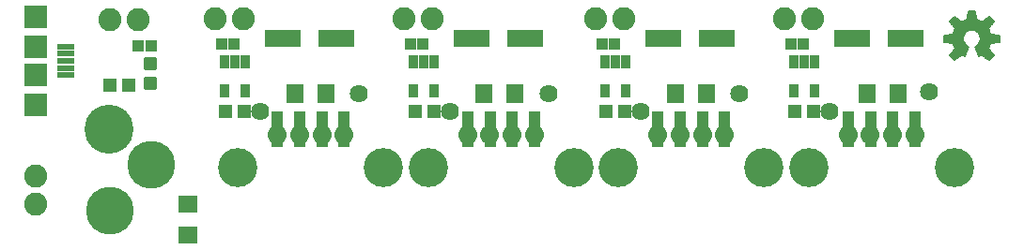
<source format=gts>
G75*
G70*
%OFA0B0*%
%FSLAX24Y24*%
%IPPOS*%
%LPD*%
%AMOC8*
5,1,8,0,0,1.08239X$1,22.5*
%
%ADD10C,0.1390*%
%ADD11R,0.0434X0.1261*%
%ADD12C,0.1740*%
%ADD13C,0.1700*%
%ADD14R,0.0513X0.0474*%
%ADD15C,0.0059*%
%ADD16R,0.0710X0.0631*%
%ADD17R,0.0352X0.0470*%
%ADD18R,0.0631X0.0218*%
%ADD19R,0.0828X0.0789*%
%ADD20R,0.0828X0.0828*%
%ADD21R,0.0415X0.0434*%
%ADD22R,0.1261X0.0631*%
%ADD23R,0.0631X0.0710*%
%ADD24C,0.0820*%
%ADD25C,0.0142*%
%ADD26C,0.0640*%
%ADD27C,0.0671*%
D10*
X008715Y004770D03*
X013885Y004770D03*
X015465Y004770D03*
X020635Y004770D03*
X022215Y004770D03*
X027385Y004770D03*
X028965Y004770D03*
X034135Y004770D03*
D11*
X032731Y006128D03*
X031944Y006128D03*
X031156Y006128D03*
X030369Y006128D03*
X025981Y006128D03*
X025194Y006128D03*
X024406Y006128D03*
X023619Y006128D03*
X019231Y006128D03*
X018444Y006128D03*
X017656Y006128D03*
X016869Y006128D03*
X012481Y006128D03*
X011694Y006128D03*
X010906Y006128D03*
X010119Y006128D03*
D12*
X004150Y006134D03*
D13*
X005631Y004883D03*
X004160Y003251D03*
D14*
X008265Y006770D03*
X008935Y006770D03*
X004835Y007720D03*
X004165Y007720D03*
X015015Y006770D03*
X015685Y006770D03*
X021765Y006770D03*
X022435Y006770D03*
X028465Y006770D03*
X029135Y006770D03*
D15*
X033974Y008764D02*
X034144Y008594D01*
X034391Y008796D01*
X034491Y008745D01*
X034632Y009086D01*
X034579Y009114D01*
X034532Y009152D01*
X034494Y009199D01*
X034466Y009252D01*
X034448Y009310D01*
X034442Y009370D01*
X034449Y009433D01*
X034468Y009493D01*
X034499Y009548D01*
X034541Y009595D01*
X034591Y009633D01*
X034648Y009660D01*
X034710Y009675D01*
X034773Y009677D01*
X034835Y009666D01*
X034894Y009642D01*
X034946Y009607D01*
X034990Y009562D01*
X035025Y009509D01*
X035047Y009450D01*
X035057Y009387D01*
X035054Y009324D01*
X035038Y009263D01*
X035010Y009206D01*
X034972Y009157D01*
X034923Y009116D01*
X034868Y009086D01*
X035009Y008745D01*
X035109Y008796D01*
X035356Y008594D01*
X035526Y008764D01*
X035324Y009011D01*
X035375Y009111D01*
X035409Y009218D01*
X035727Y009250D01*
X035727Y009490D01*
X035409Y009522D01*
X035375Y009629D01*
X035324Y009729D01*
X035526Y009976D01*
X035356Y010146D01*
X035109Y009944D01*
X035009Y009995D01*
X034902Y010029D01*
X034870Y010347D01*
X034630Y010347D01*
X034598Y010029D01*
X034491Y009995D01*
X034391Y009944D01*
X034144Y010146D01*
X033974Y009976D01*
X034176Y009729D01*
X034125Y009629D01*
X034091Y009522D01*
X033773Y009490D01*
X033773Y009250D01*
X034091Y009218D01*
X034125Y009111D01*
X034176Y009011D01*
X033974Y008764D01*
X033998Y008740D02*
X034323Y008740D01*
X034252Y008682D02*
X034056Y008682D01*
X034114Y008625D02*
X034181Y008625D01*
X034002Y008798D02*
X034513Y008798D01*
X034537Y008855D02*
X034049Y008855D01*
X034096Y008913D02*
X034561Y008913D01*
X034584Y008970D02*
X034143Y008970D01*
X034168Y009028D02*
X034608Y009028D01*
X034632Y009085D02*
X034138Y009085D01*
X034115Y009143D02*
X034544Y009143D01*
X034494Y009200D02*
X034096Y009200D01*
X033773Y009258D02*
X034464Y009258D01*
X034448Y009316D02*
X033773Y009316D01*
X033773Y009373D02*
X034443Y009373D01*
X034449Y009431D02*
X033773Y009431D01*
X033773Y009488D02*
X034467Y009488D01*
X034498Y009546D02*
X034098Y009546D01*
X034117Y009603D02*
X034551Y009603D01*
X034651Y009661D02*
X034141Y009661D01*
X034171Y009718D02*
X035329Y009718D01*
X035359Y009661D02*
X034847Y009661D01*
X034950Y009603D02*
X035383Y009603D01*
X035402Y009546D02*
X035001Y009546D01*
X035032Y009488D02*
X035727Y009488D01*
X035727Y009431D02*
X035050Y009431D01*
X035056Y009373D02*
X035727Y009373D01*
X035727Y009316D02*
X035052Y009316D01*
X035036Y009258D02*
X035727Y009258D01*
X035404Y009200D02*
X035006Y009200D01*
X034955Y009143D02*
X035385Y009143D01*
X035362Y009085D02*
X034868Y009085D01*
X034892Y009028D02*
X035332Y009028D01*
X035357Y008970D02*
X034916Y008970D01*
X034939Y008913D02*
X035404Y008913D01*
X035451Y008855D02*
X034963Y008855D01*
X034987Y008798D02*
X035498Y008798D01*
X035502Y008740D02*
X035177Y008740D01*
X035248Y008682D02*
X035444Y008682D01*
X035386Y008625D02*
X035319Y008625D01*
X035362Y009776D02*
X034138Y009776D01*
X034091Y009834D02*
X035409Y009834D01*
X035456Y009891D02*
X034044Y009891D01*
X033997Y009949D02*
X034386Y009949D01*
X034401Y009949D02*
X035099Y009949D01*
X035114Y009949D02*
X035503Y009949D01*
X035495Y010006D02*
X035185Y010006D01*
X035256Y010064D02*
X035438Y010064D01*
X035380Y010121D02*
X035326Y010121D01*
X034975Y010006D02*
X034525Y010006D01*
X034601Y010064D02*
X034899Y010064D01*
X034893Y010121D02*
X034607Y010121D01*
X034613Y010179D02*
X034887Y010179D01*
X034881Y010236D02*
X034619Y010236D01*
X034625Y010294D02*
X034875Y010294D01*
X034244Y010064D02*
X034062Y010064D01*
X034120Y010121D02*
X034174Y010121D01*
X034315Y010006D02*
X034005Y010006D01*
D16*
X006950Y002369D03*
X006950Y003471D03*
D17*
X008226Y007508D03*
X008974Y007508D03*
X008974Y008528D03*
X008600Y008528D03*
X008226Y008528D03*
X014926Y008528D03*
X015300Y008528D03*
X015674Y008528D03*
X015674Y007508D03*
X014926Y007508D03*
X021726Y007508D03*
X022474Y007508D03*
X022474Y008528D03*
X022100Y008528D03*
X021726Y008528D03*
X028426Y008528D03*
X028800Y008528D03*
X029174Y008528D03*
X029174Y007508D03*
X028426Y007508D03*
D18*
X002593Y008058D03*
X002593Y008314D03*
X002593Y008570D03*
X002593Y008826D03*
X002593Y009082D03*
D19*
X001550Y010145D03*
X001550Y006995D03*
D20*
X001550Y008070D03*
X001550Y009070D03*
D21*
X005172Y009120D03*
X005628Y009120D03*
X008122Y009170D03*
X008578Y009170D03*
X014822Y009170D03*
X015278Y009170D03*
X021622Y009170D03*
X022078Y009170D03*
X028322Y009170D03*
X028778Y009170D03*
D22*
X030505Y009370D03*
X032395Y009370D03*
X025695Y009370D03*
X023805Y009370D03*
X018895Y009370D03*
X017005Y009370D03*
X012195Y009370D03*
X010305Y009370D03*
D23*
X010749Y007420D03*
X011851Y007420D03*
X017449Y007420D03*
X018551Y007420D03*
X024249Y007420D03*
X025351Y007420D03*
X031049Y007420D03*
X032151Y007420D03*
D24*
X029100Y010070D03*
X028100Y010070D03*
X022400Y010070D03*
X021400Y010070D03*
X015600Y010070D03*
X014600Y010070D03*
X008900Y010070D03*
X007900Y010070D03*
X005170Y010050D03*
X004170Y010050D03*
X001550Y004470D03*
X001550Y003470D03*
D25*
X005434Y007609D02*
X005766Y007609D01*
X005434Y007609D02*
X005434Y007941D01*
X005766Y007941D01*
X005766Y007609D01*
X005766Y007750D02*
X005434Y007750D01*
X005434Y007891D02*
X005766Y007891D01*
X005766Y008299D02*
X005434Y008299D01*
X005434Y008631D01*
X005766Y008631D01*
X005766Y008299D01*
X005766Y008440D02*
X005434Y008440D01*
X005434Y008581D02*
X005766Y008581D01*
D26*
X009500Y006770D03*
X013000Y007420D03*
X016250Y006770D03*
X019750Y007420D03*
X023000Y006770D03*
X026500Y007420D03*
X029700Y006770D03*
X033250Y007470D03*
D27*
X032730Y005930D03*
X031950Y005930D03*
X031150Y005930D03*
X030370Y005930D03*
X025980Y005930D03*
X025200Y005930D03*
X024400Y005930D03*
X023620Y005930D03*
X019230Y005930D03*
X018450Y005930D03*
X017650Y005930D03*
X016870Y005930D03*
X012480Y005930D03*
X011700Y005930D03*
X010900Y005930D03*
X010120Y005930D03*
M02*

</source>
